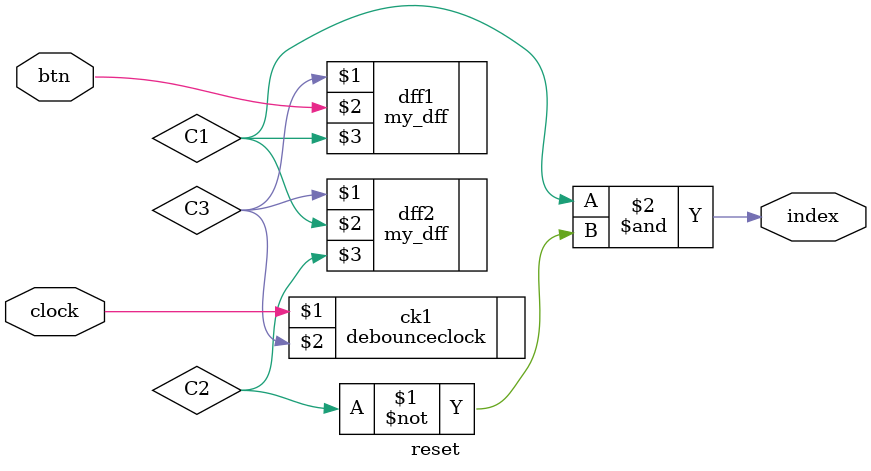
<source format=v>
`timescale 1ns / 1ps

module reset(input clock, btn, output index );
    wire C1; wire C2; wire C3;
    debounceclock ck1(clock, C3);
    my_dff dff1 (C3, btn, C1);
    my_dff dff2 (C3, C1, C2);
    assign index = (C1 & (~C2));
endmodule

</source>
